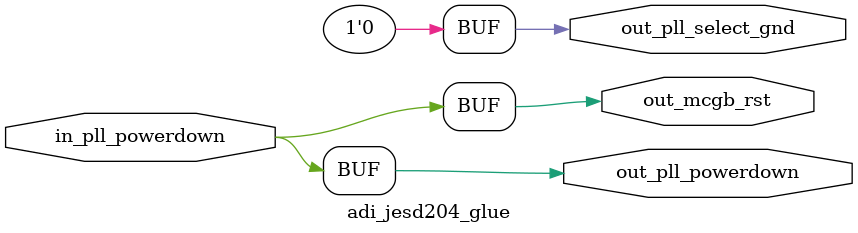
<source format=v>


`timescale 1ns/100ps

module adi_jesd204_glue (
  input in_pll_powerdown,
  output out_pll_powerdown,
  output out_mcgb_rst,
  output out_pll_select_gnd
);

assign out_pll_powerdown = in_pll_powerdown;
assign out_mcgb_rst = in_pll_powerdown;
assign out_pll_select_gnd = 1'b0;

endmodule

</source>
